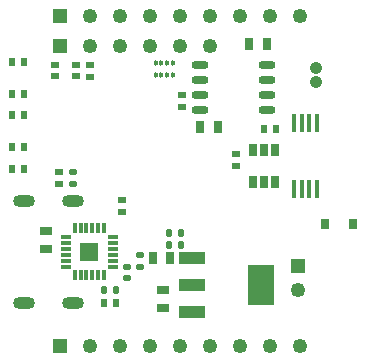
<source format=gbs>
G04*
G04 #@! TF.GenerationSoftware,Altium Limited,Altium Designer,23.8.1 (32)*
G04*
G04 Layer_Color=16711935*
%FSLAX43Y43*%
%MOMM*%
G71*
G04*
G04 #@! TF.SameCoordinates,8A790615-D0E5-43D8-8956-367088579B57*
G04*
G04*
G04 #@! TF.FilePolarity,Negative*
G04*
G01*
G75*
G04:AMPARAMS|DCode=49|XSize=0.55mm|YSize=0.65mm|CornerRadius=0.15mm|HoleSize=0mm|Usage=FLASHONLY|Rotation=0.000|XOffset=0mm|YOffset=0mm|HoleType=Round|Shape=RoundedRectangle|*
%AMROUNDEDRECTD49*
21,1,0.550,0.350,0,0,0.0*
21,1,0.250,0.650,0,0,0.0*
1,1,0.300,0.125,-0.175*
1,1,0.300,-0.125,-0.175*
1,1,0.300,-0.125,0.175*
1,1,0.300,0.125,0.175*
%
%ADD49ROUNDEDRECTD49*%
G04:AMPARAMS|DCode=50|XSize=0.75mm|YSize=1.05mm|CornerRadius=0.2mm|HoleSize=0mm|Usage=FLASHONLY|Rotation=270.000|XOffset=0mm|YOffset=0mm|HoleType=Round|Shape=RoundedRectangle|*
%AMROUNDEDRECTD50*
21,1,0.750,0.650,0,0,270.0*
21,1,0.350,1.050,0,0,270.0*
1,1,0.400,-0.325,-0.175*
1,1,0.400,-0.325,0.175*
1,1,0.400,0.325,0.175*
1,1,0.400,0.325,-0.175*
%
%ADD50ROUNDEDRECTD50*%
G04:AMPARAMS|DCode=51|XSize=0.55mm|YSize=0.65mm|CornerRadius=0.15mm|HoleSize=0mm|Usage=FLASHONLY|Rotation=270.000|XOffset=0mm|YOffset=0mm|HoleType=Round|Shape=RoundedRectangle|*
%AMROUNDEDRECTD51*
21,1,0.550,0.350,0,0,270.0*
21,1,0.250,0.650,0,0,270.0*
1,1,0.300,-0.175,-0.125*
1,1,0.300,-0.175,0.125*
1,1,0.300,0.175,0.125*
1,1,0.300,0.175,-0.125*
%
%ADD51ROUNDEDRECTD51*%
G04:AMPARAMS|DCode=52|XSize=0.75mm|YSize=1.05mm|CornerRadius=0.2mm|HoleSize=0mm|Usage=FLASHONLY|Rotation=0.000|XOffset=0mm|YOffset=0mm|HoleType=Round|Shape=RoundedRectangle|*
%AMROUNDEDRECTD52*
21,1,0.750,0.650,0,0,0.0*
21,1,0.350,1.050,0,0,0.0*
1,1,0.400,0.175,-0.325*
1,1,0.400,-0.175,-0.325*
1,1,0.400,-0.175,0.325*
1,1,0.400,0.175,0.325*
%
%ADD52ROUNDEDRECTD52*%
%ADD59R,0.650X0.850*%
%ADD64R,0.550X0.650*%
G04:AMPARAMS|DCode=65|XSize=0.3mm|YSize=0.45mm|CornerRadius=0.088mm|HoleSize=0mm|Usage=FLASHONLY|Rotation=0.000|XOffset=0mm|YOffset=0mm|HoleType=Round|Shape=RoundedRectangle|*
%AMROUNDEDRECTD65*
21,1,0.300,0.275,0,0,0.0*
21,1,0.125,0.450,0,0,0.0*
1,1,0.175,0.063,-0.138*
1,1,0.175,-0.063,-0.138*
1,1,0.175,-0.063,0.138*
1,1,0.175,0.063,0.138*
%
%ADD65ROUNDEDRECTD65*%
%ADD66R,0.650X0.550*%
%ADD68R,0.850X0.350*%
%ADD69R,0.350X0.850*%
%ADD70R,1.550X1.550*%
%ADD71C,1.250*%
%ADD72R,1.250X1.250*%
%ADD73R,1.250X1.250*%
%ADD74C,1.050*%
%ADD75O,1.850X1.050*%
%ADD76C,0.050*%
%ADD94R,0.400X1.650*%
%ADD95R,2.200X1.050*%
%ADD96R,2.200X3.350*%
%ADD97O,1.450X0.650*%
%ADD98R,0.650X1.050*%
D49*
X10550Y6800D02*
D03*
X9550D02*
D03*
X16050Y10600D02*
D03*
X15050D02*
D03*
X16050Y11600D02*
D03*
X15050D02*
D03*
D50*
X14500Y5250D02*
D03*
Y6750D02*
D03*
X4600Y11750D02*
D03*
Y10250D02*
D03*
D51*
X12600Y8750D02*
D03*
Y9750D02*
D03*
X11500Y8750D02*
D03*
Y7750D02*
D03*
X6900Y15750D02*
D03*
Y16750D02*
D03*
D52*
X13650Y9500D02*
D03*
X15150D02*
D03*
X21800Y27600D02*
D03*
X23300D02*
D03*
X19200Y20550D02*
D03*
X17700D02*
D03*
D59*
X30600Y12400D02*
D03*
X28250D02*
D03*
D64*
X2743Y26050D02*
D03*
X1743D02*
D03*
X24100Y20400D02*
D03*
X23100D02*
D03*
X2743Y23355D02*
D03*
X1743D02*
D03*
X2743Y21555D02*
D03*
X1743D02*
D03*
X10550Y5700D02*
D03*
X9550D02*
D03*
X2743Y18855D02*
D03*
X1743D02*
D03*
X2743Y17055D02*
D03*
X1743D02*
D03*
D65*
X13900Y24998D02*
D03*
X14400D02*
D03*
X14900D02*
D03*
X15400D02*
D03*
X13900Y26000D02*
D03*
X14400Y26000D02*
D03*
X14900D02*
D03*
X15400D02*
D03*
D66*
X8378Y25800D02*
D03*
Y24800D02*
D03*
X7200Y25850D02*
D03*
Y24850D02*
D03*
X5400Y25850D02*
D03*
Y24850D02*
D03*
X16150Y23250D02*
D03*
Y22250D02*
D03*
X20700Y18300D02*
D03*
Y17300D02*
D03*
X11100Y14400D02*
D03*
Y13400D02*
D03*
X5705Y15750D02*
D03*
Y16750D02*
D03*
D68*
X10300Y11250D02*
D03*
Y10750D02*
D03*
Y10250D02*
D03*
Y9750D02*
D03*
Y9250D02*
D03*
Y8750D02*
D03*
X6300D02*
D03*
Y9250D02*
D03*
Y9750D02*
D03*
Y10250D02*
D03*
Y10750D02*
D03*
Y11250D02*
D03*
D69*
X9550Y8000D02*
D03*
X9050D02*
D03*
X8550D02*
D03*
X8050D02*
D03*
X7550D02*
D03*
X7050D02*
D03*
Y12000D02*
D03*
X7550D02*
D03*
X8050D02*
D03*
X8550D02*
D03*
X9050D02*
D03*
X9550D02*
D03*
D70*
X8300Y10000D02*
D03*
D71*
X26000Y6800D02*
D03*
X18538Y27430D02*
D03*
X15998D02*
D03*
X13458D02*
D03*
X10918D02*
D03*
X8378D02*
D03*
Y29970D02*
D03*
X10918D02*
D03*
X13458D02*
D03*
X15998D02*
D03*
X18538D02*
D03*
X21078D02*
D03*
X23618D02*
D03*
X26158D02*
D03*
X8380Y2030D02*
D03*
X10920D02*
D03*
X13460D02*
D03*
X16000D02*
D03*
X18540D02*
D03*
X21080D02*
D03*
X23620D02*
D03*
X26160D02*
D03*
D72*
X26000Y8800D02*
D03*
D73*
X5838Y27430D02*
D03*
Y29970D02*
D03*
X5840Y2030D02*
D03*
D74*
X27500Y25600D02*
D03*
Y24350D02*
D03*
D75*
X2732Y14320D02*
D03*
X6912D02*
D03*
X2732Y5680D02*
D03*
X6912D02*
D03*
D76*
X6412Y12890D02*
D03*
Y7110D02*
D03*
X30100Y18300D02*
D03*
Y15300D02*
D03*
X2506Y29506D02*
D03*
Y2506D02*
D03*
X29506D02*
D03*
Y29506D02*
D03*
D94*
X25625Y20900D02*
D03*
X26275D02*
D03*
X26925D02*
D03*
X25625Y15300D02*
D03*
X26275D02*
D03*
X26925D02*
D03*
X27575Y20900D02*
D03*
Y15300D02*
D03*
D95*
X16975Y4900D02*
D03*
Y7200D02*
D03*
Y9500D02*
D03*
D96*
X22825Y7200D02*
D03*
D97*
X23300Y25805D02*
D03*
Y24535D02*
D03*
Y23265D02*
D03*
Y21995D02*
D03*
X17700Y25805D02*
D03*
Y24535D02*
D03*
Y23265D02*
D03*
Y21995D02*
D03*
D98*
X24050Y18650D02*
D03*
X23100D02*
D03*
X22150D02*
D03*
Y15950D02*
D03*
X23100D02*
D03*
X24050D02*
D03*
M02*

</source>
